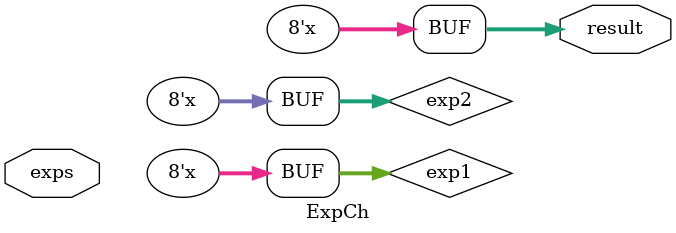
<source format=v>

module ExpCh(input [15:0] exps, output [7:0] result);

	reg [7:0] exp1;
	reg [7:0] exp2;

	always @ (exps) begin

		exp1 = exp[7:0];
		exp2 = exp[15:8];

		if (exp1 > exp2)
			result = exp1;
		else
			result = exp2;
		end
endmodule

</source>
